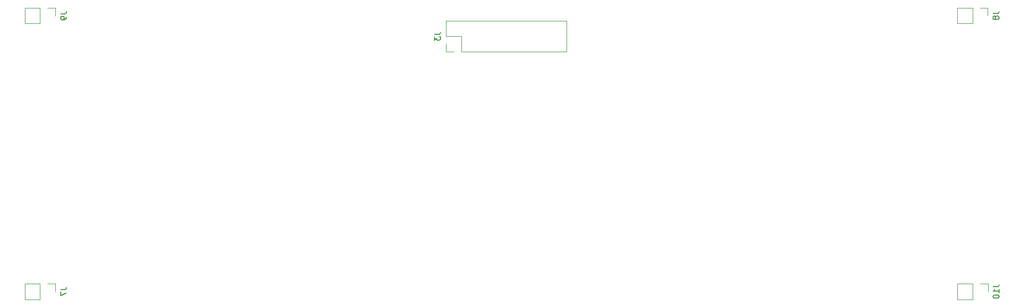
<source format=gbr>
%TF.GenerationSoftware,KiCad,Pcbnew,9.0.0*%
%TF.CreationDate,2025-03-11T11:24:18+01:00*%
%TF.ProjectId,CNIX V2 Control Board,434e4958-2056-4322-9043-6f6e74726f6c,rev?*%
%TF.SameCoordinates,Original*%
%TF.FileFunction,Legend,Bot*%
%TF.FilePolarity,Positive*%
%FSLAX46Y46*%
G04 Gerber Fmt 4.6, Leading zero omitted, Abs format (unit mm)*
G04 Created by KiCad (PCBNEW 9.0.0) date 2025-03-11 11:24:18*
%MOMM*%
%LPD*%
G01*
G04 APERTURE LIST*
%ADD10C,0.150000*%
%ADD11C,0.120000*%
G04 APERTURE END LIST*
D10*
X135274819Y-85171666D02*
X135989104Y-85171666D01*
X135989104Y-85171666D02*
X136131961Y-85124047D01*
X136131961Y-85124047D02*
X136227200Y-85028809D01*
X136227200Y-85028809D02*
X136274819Y-84885952D01*
X136274819Y-84885952D02*
X136274819Y-84790714D01*
X135274819Y-85552619D02*
X135274819Y-86171666D01*
X135274819Y-86171666D02*
X135655771Y-85838333D01*
X135655771Y-85838333D02*
X135655771Y-85981190D01*
X135655771Y-85981190D02*
X135703390Y-86076428D01*
X135703390Y-86076428D02*
X135751009Y-86124047D01*
X135751009Y-86124047D02*
X135846247Y-86171666D01*
X135846247Y-86171666D02*
X136084342Y-86171666D01*
X136084342Y-86171666D02*
X136179580Y-86124047D01*
X136179580Y-86124047D02*
X136227200Y-86076428D01*
X136227200Y-86076428D02*
X136274819Y-85981190D01*
X136274819Y-85981190D02*
X136274819Y-85695476D01*
X136274819Y-85695476D02*
X136227200Y-85600238D01*
X136227200Y-85600238D02*
X136179580Y-85552619D01*
X230224819Y-128190476D02*
X230939104Y-128190476D01*
X230939104Y-128190476D02*
X231081961Y-128142857D01*
X231081961Y-128142857D02*
X231177200Y-128047619D01*
X231177200Y-128047619D02*
X231224819Y-127904762D01*
X231224819Y-127904762D02*
X231224819Y-127809524D01*
X231224819Y-129190476D02*
X231224819Y-128619048D01*
X231224819Y-128904762D02*
X230224819Y-128904762D01*
X230224819Y-128904762D02*
X230367676Y-128809524D01*
X230367676Y-128809524D02*
X230462914Y-128714286D01*
X230462914Y-128714286D02*
X230510533Y-128619048D01*
X230224819Y-129809524D02*
X230224819Y-129904762D01*
X230224819Y-129904762D02*
X230272438Y-130000000D01*
X230272438Y-130000000D02*
X230320057Y-130047619D01*
X230320057Y-130047619D02*
X230415295Y-130095238D01*
X230415295Y-130095238D02*
X230605771Y-130142857D01*
X230605771Y-130142857D02*
X230843866Y-130142857D01*
X230843866Y-130142857D02*
X231034342Y-130095238D01*
X231034342Y-130095238D02*
X231129580Y-130047619D01*
X231129580Y-130047619D02*
X231177200Y-130000000D01*
X231177200Y-130000000D02*
X231224819Y-129904762D01*
X231224819Y-129904762D02*
X231224819Y-129809524D01*
X231224819Y-129809524D02*
X231177200Y-129714286D01*
X231177200Y-129714286D02*
X231129580Y-129666667D01*
X231129580Y-129666667D02*
X231034342Y-129619048D01*
X231034342Y-129619048D02*
X230843866Y-129571429D01*
X230843866Y-129571429D02*
X230605771Y-129571429D01*
X230605771Y-129571429D02*
X230415295Y-129619048D01*
X230415295Y-129619048D02*
X230320057Y-129666667D01*
X230320057Y-129666667D02*
X230272438Y-129714286D01*
X230272438Y-129714286D02*
X230224819Y-129809524D01*
X71764818Y-81666665D02*
X72479103Y-81666665D01*
X72479103Y-81666665D02*
X72621960Y-81619046D01*
X72621960Y-81619046D02*
X72717199Y-81523808D01*
X72717199Y-81523808D02*
X72764818Y-81380951D01*
X72764818Y-81380951D02*
X72764818Y-81285713D01*
X72764818Y-82190475D02*
X72764818Y-82380951D01*
X72764818Y-82380951D02*
X72717199Y-82476189D01*
X72717199Y-82476189D02*
X72669579Y-82523808D01*
X72669579Y-82523808D02*
X72526722Y-82619046D01*
X72526722Y-82619046D02*
X72336246Y-82666665D01*
X72336246Y-82666665D02*
X71955294Y-82666665D01*
X71955294Y-82666665D02*
X71860056Y-82619046D01*
X71860056Y-82619046D02*
X71812437Y-82571427D01*
X71812437Y-82571427D02*
X71764818Y-82476189D01*
X71764818Y-82476189D02*
X71764818Y-82285713D01*
X71764818Y-82285713D02*
X71812437Y-82190475D01*
X71812437Y-82190475D02*
X71860056Y-82142856D01*
X71860056Y-82142856D02*
X71955294Y-82095237D01*
X71955294Y-82095237D02*
X72193389Y-82095237D01*
X72193389Y-82095237D02*
X72288627Y-82142856D01*
X72288627Y-82142856D02*
X72336246Y-82190475D01*
X72336246Y-82190475D02*
X72383865Y-82285713D01*
X72383865Y-82285713D02*
X72383865Y-82476189D01*
X72383865Y-82476189D02*
X72336246Y-82571427D01*
X72336246Y-82571427D02*
X72288627Y-82619046D01*
X72288627Y-82619046D02*
X72193389Y-82666665D01*
X230189819Y-81626666D02*
X230904104Y-81626666D01*
X230904104Y-81626666D02*
X231046961Y-81579047D01*
X231046961Y-81579047D02*
X231142200Y-81483809D01*
X231142200Y-81483809D02*
X231189819Y-81340952D01*
X231189819Y-81340952D02*
X231189819Y-81245714D01*
X230618390Y-82245714D02*
X230570771Y-82150476D01*
X230570771Y-82150476D02*
X230523152Y-82102857D01*
X230523152Y-82102857D02*
X230427914Y-82055238D01*
X230427914Y-82055238D02*
X230380295Y-82055238D01*
X230380295Y-82055238D02*
X230285057Y-82102857D01*
X230285057Y-82102857D02*
X230237438Y-82150476D01*
X230237438Y-82150476D02*
X230189819Y-82245714D01*
X230189819Y-82245714D02*
X230189819Y-82436190D01*
X230189819Y-82436190D02*
X230237438Y-82531428D01*
X230237438Y-82531428D02*
X230285057Y-82579047D01*
X230285057Y-82579047D02*
X230380295Y-82626666D01*
X230380295Y-82626666D02*
X230427914Y-82626666D01*
X230427914Y-82626666D02*
X230523152Y-82579047D01*
X230523152Y-82579047D02*
X230570771Y-82531428D01*
X230570771Y-82531428D02*
X230618390Y-82436190D01*
X230618390Y-82436190D02*
X230618390Y-82245714D01*
X230618390Y-82245714D02*
X230666009Y-82150476D01*
X230666009Y-82150476D02*
X230713628Y-82102857D01*
X230713628Y-82102857D02*
X230808866Y-82055238D01*
X230808866Y-82055238D02*
X230999342Y-82055238D01*
X230999342Y-82055238D02*
X231094580Y-82102857D01*
X231094580Y-82102857D02*
X231142200Y-82150476D01*
X231142200Y-82150476D02*
X231189819Y-82245714D01*
X231189819Y-82245714D02*
X231189819Y-82436190D01*
X231189819Y-82436190D02*
X231142200Y-82531428D01*
X231142200Y-82531428D02*
X231094580Y-82579047D01*
X231094580Y-82579047D02*
X230999342Y-82626666D01*
X230999342Y-82626666D02*
X230808866Y-82626666D01*
X230808866Y-82626666D02*
X230713628Y-82579047D01*
X230713628Y-82579047D02*
X230666009Y-82531428D01*
X230666009Y-82531428D02*
X230618390Y-82436190D01*
X71764818Y-128666667D02*
X72479103Y-128666667D01*
X72479103Y-128666667D02*
X72621960Y-128619048D01*
X72621960Y-128619048D02*
X72717199Y-128523810D01*
X72717199Y-128523810D02*
X72764818Y-128380953D01*
X72764818Y-128380953D02*
X72764818Y-128285715D01*
X71764818Y-129047620D02*
X71764818Y-129714286D01*
X71764818Y-129714286D02*
X72764818Y-129285715D01*
D11*
%TO.C,J3*%
X137260000Y-85505000D02*
X137260000Y-82905000D01*
X137260000Y-88105000D02*
X137260000Y-86775000D01*
X138590000Y-88105000D02*
X137260000Y-88105000D01*
X139860000Y-85505000D02*
X137260000Y-85505000D01*
X139860000Y-88105000D02*
X139860000Y-85505000D01*
X157700000Y-82905000D02*
X137260000Y-82905000D01*
X157700000Y-88105000D02*
X139860000Y-88105000D01*
X157700000Y-88105000D02*
X157700000Y-82905000D01*
%TO.C,J10*%
X224130000Y-127670000D02*
X224130000Y-130330000D01*
X224130000Y-127670000D02*
X226730000Y-127670000D01*
X224130000Y-130330000D02*
X226730000Y-130330000D01*
X226730000Y-127670000D02*
X226730000Y-130330000D01*
X228000000Y-127670000D02*
X229330000Y-127670000D01*
X229330000Y-127670000D02*
X229330000Y-129000000D01*
%TO.C,J9*%
X65669999Y-80669999D02*
X65669999Y-83329999D01*
X65669999Y-80669999D02*
X68269999Y-80669999D01*
X65669999Y-83329999D02*
X68269999Y-83329999D01*
X68269999Y-80669999D02*
X68269999Y-83329999D01*
X69539999Y-80669999D02*
X70869999Y-80669999D01*
X70869999Y-80669999D02*
X70869999Y-81999999D01*
%TO.C,J8*%
X224095000Y-80630000D02*
X224095000Y-83290000D01*
X224095000Y-80630000D02*
X226695000Y-80630000D01*
X224095000Y-83290000D02*
X226695000Y-83290000D01*
X226695000Y-80630000D02*
X226695000Y-83290000D01*
X227965000Y-80630000D02*
X229295000Y-80630000D01*
X229295000Y-80630000D02*
X229295000Y-81960000D01*
%TO.C,J7*%
X65669999Y-127670001D02*
X65669999Y-130330001D01*
X65669999Y-127670001D02*
X68269999Y-127670001D01*
X65669999Y-130330001D02*
X68269999Y-130330001D01*
X68269999Y-127670001D02*
X68269999Y-130330001D01*
X69539999Y-127670001D02*
X70869999Y-127670001D01*
X70869999Y-127670001D02*
X70869999Y-129000001D01*
%TD*%
M02*

</source>
